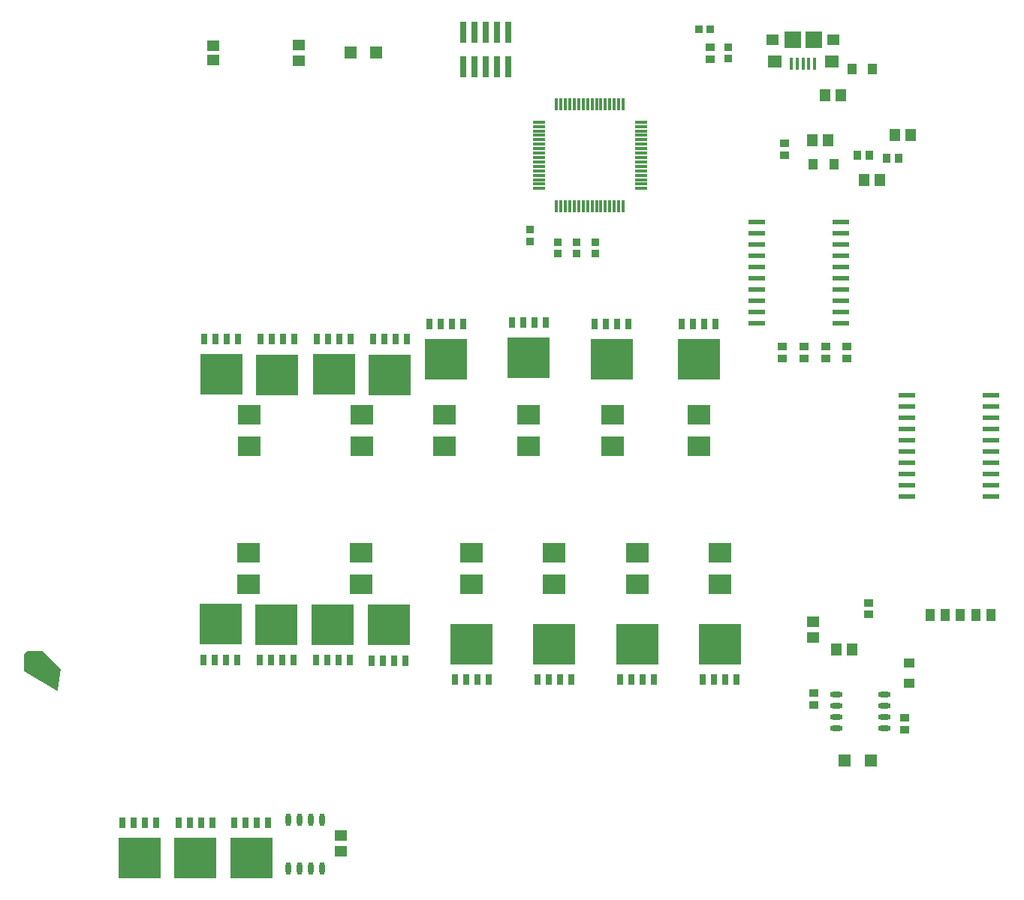
<source format=gbr>
%TF.GenerationSoftware,Altium Limited,Altium Designer,19.1.8 (144)*%
G04 Layer_Color=8421504*
%FSLAX26Y26*%
%MOIN*%
%TF.FileFunction,Paste,Top*%
%TF.Part,Single*%
G01*
G75*
%TA.AperFunction,SMDPad,CuDef*%
%ADD10R,0.039370X0.035433*%
%ADD11R,0.037402X0.033465*%
%ADD12R,0.011811X0.053150*%
%ADD13R,0.053150X0.011811*%
%ADD14R,0.053150X0.057087*%
%ADD15R,0.045276X0.053150*%
%ADD16R,0.051181X0.043307*%
%ADD17R,0.102362X0.088583*%
%ADD18R,0.027559X0.045276*%
%ADD19R,0.185039X0.181102*%
%ADD20R,0.043307X0.051181*%
%ADD21R,0.035433X0.039370*%
%TA.AperFunction,ConnectorPad*%
%ADD22R,0.015748X0.053150*%
%ADD23R,0.062992X0.055118*%
%ADD24R,0.057087X0.051181*%
%TA.AperFunction,SMDPad,CuDef*%
%ADD25R,0.074803X0.074803*%
%ADD26R,0.033465X0.037402*%
%ADD27R,0.029921X0.094488*%
%ADD28R,0.074803X0.023622*%
%ADD29R,0.053150X0.045276*%
%ADD30O,0.023622X0.057087*%
%ADD31R,0.055118X0.051181*%
%ADD32R,0.042126X0.053937*%
%ADD33O,0.057087X0.023622*%
G36*
X725705Y1279795D02*
X711182Y1185912D01*
X706661Y1183778D01*
X563000Y1269000D01*
Y1346000D01*
X577000Y1360000D01*
X645500D01*
X725705Y1279795D01*
D02*
G37*
D10*
X4215000Y2660825D02*
D03*
Y2713975D02*
D03*
X4119733Y2660825D02*
D03*
Y2713975D02*
D03*
X4024467Y2660825D02*
D03*
Y2713975D02*
D03*
X3929200Y2660825D02*
D03*
Y2713975D02*
D03*
X4310400Y1574275D02*
D03*
Y1521125D02*
D03*
X3607362Y3990410D02*
D03*
Y4043559D02*
D03*
X3936600Y3563225D02*
D03*
Y3616375D02*
D03*
X4471000Y1062034D02*
D03*
Y1008884D02*
D03*
X4067200Y1118725D02*
D03*
Y1171875D02*
D03*
D11*
X3099000Y3125709D02*
D03*
Y3176890D02*
D03*
X3014800Y3125709D02*
D03*
Y3176890D02*
D03*
X2931200Y3125709D02*
D03*
Y3176890D02*
D03*
X2808800Y3180809D02*
D03*
Y3231990D02*
D03*
X3687362Y4042575D02*
D03*
Y3991394D02*
D03*
D12*
X2925984Y3789016D02*
D03*
X2945669D02*
D03*
X2965354D02*
D03*
X2985039D02*
D03*
X3004724D02*
D03*
X3024410D02*
D03*
X3044095D02*
D03*
X3063780D02*
D03*
X3083465D02*
D03*
X3103150D02*
D03*
X3122835D02*
D03*
X3142520D02*
D03*
X3162205D02*
D03*
X3181890D02*
D03*
X3201575D02*
D03*
X3221260D02*
D03*
Y3336260D02*
D03*
X3201575D02*
D03*
X3181890D02*
D03*
X3162205D02*
D03*
X3142520D02*
D03*
X3122835D02*
D03*
X3103150D02*
D03*
X3083465D02*
D03*
X3063780D02*
D03*
X3044095D02*
D03*
X3024410D02*
D03*
X3004724D02*
D03*
X2985039D02*
D03*
X2965354D02*
D03*
X2945669D02*
D03*
X2925984D02*
D03*
D13*
X3300000Y3710276D02*
D03*
Y3690590D02*
D03*
Y3670905D02*
D03*
Y3651220D02*
D03*
Y3631535D02*
D03*
Y3611850D02*
D03*
Y3592165D02*
D03*
Y3572480D02*
D03*
Y3552795D02*
D03*
Y3533110D02*
D03*
Y3513425D02*
D03*
Y3493740D02*
D03*
Y3474055D02*
D03*
Y3454370D02*
D03*
Y3434685D02*
D03*
Y3415000D02*
D03*
X2847244D02*
D03*
Y3434685D02*
D03*
Y3454370D02*
D03*
Y3474055D02*
D03*
Y3493740D02*
D03*
Y3513425D02*
D03*
Y3533110D02*
D03*
Y3552795D02*
D03*
Y3572480D02*
D03*
Y3592165D02*
D03*
Y3611850D02*
D03*
Y3631535D02*
D03*
Y3651220D02*
D03*
Y3670905D02*
D03*
Y3690590D02*
D03*
Y3710276D02*
D03*
D14*
X4204929Y873600D02*
D03*
X4321071D02*
D03*
X2126071Y4018449D02*
D03*
X2009929D02*
D03*
D15*
X4237449Y1365356D02*
D03*
X4168551D02*
D03*
X4360628Y3453000D02*
D03*
X4291730D02*
D03*
X4496449Y3653000D02*
D03*
X4427551D02*
D03*
X4061976Y3630468D02*
D03*
X4130874D02*
D03*
X4118976Y3830000D02*
D03*
X4187874D02*
D03*
D16*
X4493000Y1214724D02*
D03*
Y1305276D02*
D03*
D17*
X2916222Y1654797D02*
D03*
Y1794561D02*
D03*
X3283643Y1654797D02*
D03*
Y1794561D02*
D03*
X3651065D02*
D03*
Y1654797D02*
D03*
X2057000Y1794561D02*
D03*
Y1654797D02*
D03*
X1559523Y1795861D02*
D03*
Y1656097D02*
D03*
X1560000Y2269439D02*
D03*
Y2409203D02*
D03*
X2061437Y2269439D02*
D03*
Y2409203D02*
D03*
X3557277Y2408882D02*
D03*
Y2269118D02*
D03*
X3174236D02*
D03*
Y2408882D02*
D03*
X2802600Y2269118D02*
D03*
Y2408882D02*
D03*
X2427900D02*
D03*
Y2269118D02*
D03*
X2548800Y1794561D02*
D03*
Y1654797D02*
D03*
D18*
X3576064Y1231470D02*
D03*
X3626064D02*
D03*
X3676064D02*
D03*
X3726064D02*
D03*
X3208643D02*
D03*
X3258643D02*
D03*
X3308643D02*
D03*
X3358643D02*
D03*
X2841221D02*
D03*
X2891221D02*
D03*
X2941221D02*
D03*
X2991221D02*
D03*
X2473800D02*
D03*
X2523800D02*
D03*
X2573800D02*
D03*
X2623800D02*
D03*
X2105477Y1317701D02*
D03*
X2155477D02*
D03*
X2205477D02*
D03*
X2255477D02*
D03*
X1857081Y1319000D02*
D03*
X1907081D02*
D03*
X1957081D02*
D03*
X2007081D02*
D03*
X1608000D02*
D03*
X1658000D02*
D03*
X1708000D02*
D03*
X1758000D02*
D03*
X1359604Y1320299D02*
D03*
X1409604D02*
D03*
X1459604D02*
D03*
X1509604D02*
D03*
X1511523Y2746299D02*
D03*
X1461523D02*
D03*
X1411523D02*
D03*
X1361523D02*
D03*
X1759919Y2745000D02*
D03*
X1709919D02*
D03*
X1659919D02*
D03*
X1609919D02*
D03*
X2012961Y2746299D02*
D03*
X1962961D02*
D03*
X1912961D02*
D03*
X1862961D02*
D03*
X2261356Y2745000D02*
D03*
X2211356D02*
D03*
X2161356D02*
D03*
X2111356D02*
D03*
X2510269Y2813000D02*
D03*
X2460269D02*
D03*
X2410269D02*
D03*
X2360269D02*
D03*
X2878000Y2819599D02*
D03*
X2828000D02*
D03*
X2778000D02*
D03*
X2728000D02*
D03*
X3245112Y2812423D02*
D03*
X3195112D02*
D03*
X3145112D02*
D03*
X3095112D02*
D03*
X3632077Y2813636D02*
D03*
X3582077D02*
D03*
X3532077D02*
D03*
X3482077D02*
D03*
X1495792Y596000D02*
D03*
X1545792D02*
D03*
X1595792D02*
D03*
X1645792D02*
D03*
X1247396D02*
D03*
X1297396D02*
D03*
X1347396D02*
D03*
X1397396D02*
D03*
X999000D02*
D03*
X1049000D02*
D03*
X1099000D02*
D03*
X1149000D02*
D03*
D19*
X3651064Y1388951D02*
D03*
X3283643D02*
D03*
X2916221D02*
D03*
X2548800D02*
D03*
X2180477Y1475181D02*
D03*
X1932081Y1476480D02*
D03*
X1683000D02*
D03*
X1434604Y1477780D02*
D03*
X1436523Y2588819D02*
D03*
X1684919Y2587520D02*
D03*
X1937961Y2588819D02*
D03*
X2186356Y2587520D02*
D03*
X2435269Y2655520D02*
D03*
X2803000Y2662119D02*
D03*
X3170112Y2654943D02*
D03*
X3557077Y2656156D02*
D03*
X1570792Y438520D02*
D03*
X1322396D02*
D03*
X1074000D02*
D03*
D20*
X4329223Y3946000D02*
D03*
X4238671D02*
D03*
X4156701Y3523000D02*
D03*
X4066150D02*
D03*
D21*
X4391850Y3548000D02*
D03*
X4445000D02*
D03*
X4315000Y3564000D02*
D03*
X4261850D02*
D03*
D22*
X4071850Y3969685D02*
D03*
X4046260D02*
D03*
X4020669D02*
D03*
X3995079D02*
D03*
X3969488D02*
D03*
D23*
X4146654Y3978543D02*
D03*
X3894685D02*
D03*
D24*
X4155512Y4075000D02*
D03*
X3885827D02*
D03*
D25*
X4067913D02*
D03*
X3973425D02*
D03*
D26*
X3607953Y4121984D02*
D03*
X3556772D02*
D03*
D27*
X2710000Y4109772D02*
D03*
Y3956228D02*
D03*
X2660000Y4109772D02*
D03*
Y3956228D02*
D03*
X2610000Y4109772D02*
D03*
Y3956228D02*
D03*
X2560000Y4109772D02*
D03*
Y3956228D02*
D03*
X2510000Y4109772D02*
D03*
Y3956228D02*
D03*
D28*
X4188008Y2816000D02*
D03*
Y2866000D02*
D03*
Y2916000D02*
D03*
Y2966000D02*
D03*
Y3016000D02*
D03*
Y3066000D02*
D03*
Y3116000D02*
D03*
Y3166000D02*
D03*
Y3216000D02*
D03*
Y3266000D02*
D03*
X3813992Y2816000D02*
D03*
Y2866000D02*
D03*
Y2916000D02*
D03*
Y2966000D02*
D03*
Y3016000D02*
D03*
Y3066000D02*
D03*
Y3116000D02*
D03*
Y3166000D02*
D03*
Y3216000D02*
D03*
Y3266000D02*
D03*
X4481992Y2496000D02*
D03*
Y2446000D02*
D03*
Y2396000D02*
D03*
Y2346000D02*
D03*
Y2296000D02*
D03*
Y2246000D02*
D03*
Y2196000D02*
D03*
Y2146000D02*
D03*
Y2096000D02*
D03*
Y2046000D02*
D03*
X4856008Y2496000D02*
D03*
Y2446000D02*
D03*
Y2396000D02*
D03*
Y2346000D02*
D03*
Y2296000D02*
D03*
Y2246000D02*
D03*
Y2196000D02*
D03*
Y2146000D02*
D03*
Y2096000D02*
D03*
Y2046000D02*
D03*
D29*
X1968345Y470551D02*
D03*
Y539449D02*
D03*
X1783000Y3984000D02*
D03*
Y4052898D02*
D03*
X4064000Y1488449D02*
D03*
Y1419551D02*
D03*
D30*
X1884345Y608284D02*
D03*
X1834345D02*
D03*
X1784345D02*
D03*
X1734345D02*
D03*
X1884345Y393717D02*
D03*
X1834345D02*
D03*
X1784345D02*
D03*
X1734345D02*
D03*
D31*
X1403000Y4049945D02*
D03*
Y3986953D02*
D03*
D32*
X4854123Y1520758D02*
D03*
X4786406D02*
D03*
X4718690D02*
D03*
X4650973D02*
D03*
X4583257D02*
D03*
D33*
X4382732Y1014908D02*
D03*
Y1064908D02*
D03*
Y1114908D02*
D03*
Y1164908D02*
D03*
X4168165Y1014908D02*
D03*
Y1064908D02*
D03*
Y1114908D02*
D03*
Y1164908D02*
D03*
%TF.MD5,b42530e1f8fdb7c5bb9dbb5d4eb50f7c*%
M02*

</source>
